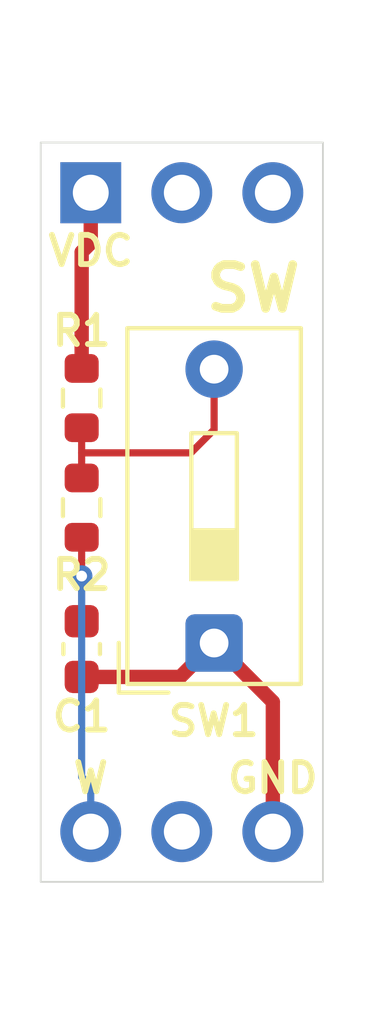
<source format=kicad_pcb>
(kicad_pcb (version 20241229) (generator "pcbnew") (generator_version "9.0")
  (title_block (title "SW") (date "2025-04-02") (rev "1"))
  (layers (0 "F.Cu" signal) (2 "B.Cu" signal) (13 "F.Paste" user) (15 "B.Paste" user) (5 "F.SilkS" user "F.Silkscreen") (7 "B.SilkS" user "B.Silkscreen") (1 "F.Mask" user) (3 "B.Mask" user) (25 "Edge.Cuts" user))
  (net 0 "")
  (net 2 "GND")
  (net 3 "VDC")
  (net 4 "Net-(SW1-B)")
  (net 7 "/W")
  (footprint "Button_Switch_THT:SW_DIP_SPSTx01_Slide_9.78x4.72mm_W7.62mm_P2.54mm" (layer "F.Cu") (at 130.4415 88.7305 90)
    (property "Reference" "SW1" (at -1.6935 -0.0125 0) (layer "F.SilkS") (effects (font (size 0.8128 0.8128) (thickness 0.16256) (bold yes)) (justify top)))
    (property "Value" "1825910-6")
    (fp_line (start -1.38 -2.66) (end 0.003 -2.66) (stroke (width 0.12)) (layer "F.SilkS"))
    (fp_line (start -1.38 -2.66) (end -1.38 -1.277) (stroke (width 0.12)) (layer "F.SilkS"))
    (fp_line (start 8.76 -2.42) (end 8.76 2.42) (stroke (width 0.12)) (layer "F.SilkS"))
    (fp_line (start -1.14 -2.42) (end 8.76 -2.42) (stroke (width 0.12)) (layer "F.SilkS"))
    (fp_line (start -1.14 -2.42) (end -1.14 2.42) (stroke (width 0.12)) (layer "F.SilkS"))
    (fp_line (start 3.133333 -0.635) (end 3.133333 0.635) (stroke (width 0.12)) (layer "F.SilkS"))
    (fp_line (start -1.14 2.42) (end 8.76 2.42) (stroke (width 0.12)) (layer "F.SilkS"))
    (fp_rect (start 1.78 -0.635) (end 5.84 0.635) (stroke (width 0.12)) (fill no) (layer "F.SilkS"))
    (fp_rect (start 1.78 -0.635) (end 3.133333 0.635) (stroke (width 0.12)) (fill yes) (layer "F.SilkS"))
    (pad "1" thru_hole roundrect (at 0 0 90) (size 1.6 1.6) (drill 0.8) (layers "*.Cu" "*.Mask") (roundrect_rratio 0.15625) (net 2 "GND"))
    (pad "2" thru_hole circle (at 7.62 0 90) (size 1.6 1.6) (drill 0.8) (layers "*.Cu" "*.Mask") (net 4 "Net-(SW1-B)"))
  )
  (footprint "Capacitor_SMD:C_0603_1608Metric" (layer "F.Cu") (at 126.746 88.9 -90)
    (property "Reference" "C1" (at 1.397 0 0) (layer "F.SilkS") (effects (font (size 0.8128 0.8128) (thickness 0.16256) (bold yes)) (justify top)))
    (property "Value" "4.7u")
    (fp_line (start -0.14058 0.51) (end 0.14058 0.51) (stroke (width 0.12)) (layer "F.SilkS"))
    (fp_line (start -0.14058 -0.51) (end 0.14058 -0.51) (stroke (width 0.12)) (layer "F.SilkS"))
    (pad "1" smd roundrect (at -0.775 0 270) (size 0.9 0.95) (layers "F.Cu" "F.Mask" "F.Paste") (net 7 "/W"))
    (pad "2" smd roundrect (at 0.775 0 270) (size 0.9 0.95) (layers "F.Cu" "F.Mask" "F.Paste") (net 2 "GND"))
  )
  (footprint "Resistor_SMD:R_0603_1608Metric" (layer "F.Cu") (at 126.746 81.915 -90)
    (property "Reference" "R1" (at -1.397 0 0) (layer "F.SilkS") (effects (font (size 0.8128 0.8128) (thickness 0.16256) (bold yes)) (justify bottom)))
    (property "Value" "5.1k")
    (fp_line (start -0.237258 0.5225) (end 0.237258 0.5225) (stroke (width 0.12)) (layer "F.SilkS"))
    (fp_line (start -0.237258 -0.5225) (end 0.237258 -0.5225) (stroke (width 0.12)) (layer "F.SilkS"))
    (pad "1" smd roundrect (at -0.825 0 270) (size 0.8 0.95) (layers "F.Cu" "F.Mask" "F.Paste") (net 3 "VDC"))
    (pad "2" smd roundrect (at 0.825 0 270) (size 0.8 0.95) (layers "F.Cu" "F.Mask" "F.Paste") (net 4 "Net-(SW1-B)"))
  )
  (footprint "Resistor_SMD:R_0603_1608Metric" (layer "F.Cu") (at 126.746 84.963 -90)
    (property "Reference" "R2" (at 1.397 0 0) (layer "F.SilkS") (effects (font (size 0.8128 0.8128) (thickness 0.16256) (bold yes)) (justify top)))
    (property "Value" "510")
    (fp_line (start -0.237258 0.5225) (end 0.237258 0.5225) (stroke (width 0.12)) (layer "F.SilkS"))
    (fp_line (start -0.237258 -0.5225) (end 0.237258 -0.5225) (stroke (width 0.12)) (layer "F.SilkS"))
    (pad "1" smd roundrect (at -0.825 0 270) (size 0.8 0.95) (layers "F.Cu" "F.Mask" "F.Paste") (net 4 "Net-(SW1-B)"))
    (pad "2" smd roundrect (at 0.825 0 270) (size 0.8 0.95) (layers "F.Cu" "F.Mask" "F.Paste") (net 7 "/W"))
  )
  (footprint "Logic:PinHeader_1x03_P2.54mm_Vertical_Bottom" (layer "B.Cu") (at 127 93.98 -90)
    (property "Reference" "J2" (hide yes))
    (property "Value" "61300311121")
    (pad "1" thru_hole circle (at 0 0 270) (size 1.7 1.7) (drill 1) (layers "*.Cu" "*.Mask") (net 7 "/W"))
    (pad "2" thru_hole oval (at 0 -2.54 270) (size 1.7 1.7) (drill 1) (layers "*.Cu" "*.Mask"))
    (pad "3" thru_hole oval (at 0 -5.08 270) (size 1.7 1.7) (drill 1) (layers "*.Cu" "*.Mask") (net 2 "GND"))
  )
  (footprint "Logic:PinHeader_1x03_P2.54mm_Vertical_Top" (layer "B.Cu") (at 127 76.2 -90)
    (property "Reference" "J1" (hide yes))
    (property "Value" "61300311121")
    (pad "1" thru_hole rect (at 0 0 270) (size 1.7 1.7) (drill 1) (layers "*.Cu" "*.Mask") (net 3 "VDC"))
    (pad "2" thru_hole oval (at 0 -2.54 270) (size 1.7 1.7) (drill 1) (layers "*.Cu" "*.Mask"))
    (pad "3" thru_hole oval (at 0 -5.08 270) (size 1.7 1.7) (drill 1) (layers "*.Cu" "*.Mask"))
  )
  (gr_rect (start 125.603 74.803) (end 133.477 95.377) (stroke (width 0.05)) (fill no) (layer "Edge.Cuts"))
  (gr_text "GND" (at 132.08 92.964 0) (layer "F.SilkS") (effects (font (size 0.8128 0.8128) (thickness 0.16256) (bold yes)) (justify bottom)))
  (gr_text "${TITLE}" (at 132.969 78.867 0) (layer "F.SilkS") (effects (font (size 1.2192 1.2192) (thickness 0.24384) (bold yes)) (justify right)))
  (gr_text "W" (at 127 92.964 0) (layer "F.SilkS") (effects (font (size 0.8128 0.8128) (thickness 0.16256) (bold yes)) (justify bottom)))
  (gr_text "VDC" (at 127 77.343 0) (layer "F.SilkS") (effects (font (size 0.8128 0.8128) (thickness 0.16256) (bold yes)) (justify top)))
  (segment (start 129.497 89.675) (end 130.4415 88.7305) (width 0.4) (layer "F.Cu") (net 2))
  (segment (start 126.746 89.675) (end 129.497 89.675) (width 0.4) (layer "F.Cu") (net 2))
  (segment (start 132.08 93.98) (end 132.08 90.369) (width 0.4) (layer "F.Cu") (net 2))
  (segment (start 132.08 90.369) (end 130.4415 88.7305) (width 0.4) (layer "F.Cu") (net 2))
  (segment (start 126.746 81.09) (end 126.746 77.851) (width 0.4) (layer "F.Cu") (net 3))
  (segment (start 127 77.597) (end 127 76.2) (width 0.4) (layer "F.Cu") (net 3))
  (segment (start 126.746 77.851) (end 127 77.597) (width 0.4) (layer "F.Cu") (net 3))
  (segment (start 126.746 84.138) (end 126.746 83.439) (width 0.2) (layer "F.Cu") (net 4))
  (segment (start 130.4415 82.7915) (end 129.794 83.439) (width 0.2) (layer "F.Cu") (net 4))
  (segment (start 130.4415 81.1105) (end 130.4415 82.7915) (width 0.2) (layer "F.Cu") (net 4))
  (segment (start 129.794 83.439) (end 126.746 83.439) (width 0.2) (layer "F.Cu") (net 4))
  (segment (start 126.746 83.439) (end 126.746 82.74) (width 0.2) (layer "F.Cu") (net 4))
  (segment (start 126.746 85.788) (end 126.746 86.868) (width 0.2) (layer "F.Cu") (net 7))
  (segment (start 126.746 86.868) (end 126.746 88.125) (width 0.2) (layer "F.Cu") (net 7))
  (via (at 126.746 86.868) (size 0.6) (drill 0.3) (layers "F.Cu" "B.Cu") (net 7))
  (segment (start 126.746 86.868) (end 126.746 92.456) (width 0.2) (layer "B.Cu") (net 7))
  (segment (start 126.746 92.456) (end 127 92.71) (width 0.2) (layer "B.Cu") (net 7))
  (segment (start 127 92.71) (end 127 93.98) (width 0.2) (layer "B.Cu") (net 7))
)
</source>
